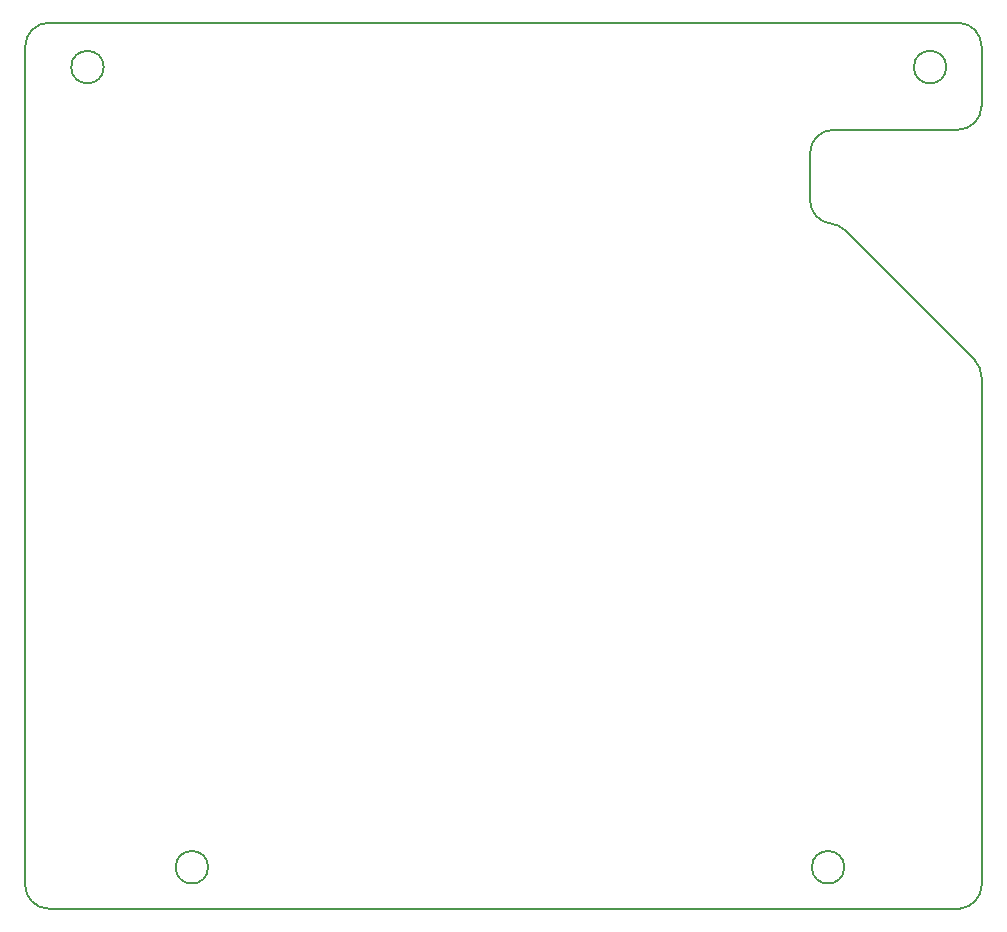
<source format=gbr>
%TF.GenerationSoftware,KiCad,Pcbnew,9.0.0*%
%TF.CreationDate,2025-04-19T22:44:30-05:00*%
%TF.ProjectId,HASP_Power_System,48415350-5f50-46f7-9765-725f53797374,rev?*%
%TF.SameCoordinates,Original*%
%TF.FileFunction,Profile,NP*%
%FSLAX46Y46*%
G04 Gerber Fmt 4.6, Leading zero omitted, Abs format (unit mm)*
G04 Created by KiCad (PCBNEW 9.0.0) date 2025-04-19 22:44:30*
%MOMM*%
%LPD*%
G01*
G04 APERTURE LIST*
%TA.AperFunction,Profile*%
%ADD10C,0.200000*%
%TD*%
G04 APERTURE END LIST*
D10*
X193975786Y-95984871D02*
X193975786Y-138994213D01*
X179446986Y-77056250D02*
X179446986Y-81016923D01*
X193392332Y-94572994D02*
G75*
G02*
X193975786Y-95984871I-1416549J-1411878D01*
G01*
X182437899Y-83582336D02*
X193392332Y-94572994D01*
X193982977Y-138994213D02*
G75*
G02*
X192140000Y-140999999I-2012976J-1D01*
G01*
X179446986Y-77056250D02*
G75*
G02*
X181446986Y-75056250I1999999J1D01*
G01*
X192115729Y-65999116D02*
G75*
G02*
X193975786Y-67994214I-139942J-1995097D01*
G01*
X181234169Y-83005568D02*
G75*
G02*
X179446986Y-81016923I212816J1988644D01*
G01*
X181234170Y-83005568D02*
G75*
G02*
X182437899Y-83582336I-212818J-1988647D01*
G01*
X193975786Y-67994214D02*
X193975786Y-73056250D01*
X193975786Y-73056250D02*
G75*
G02*
X191975786Y-75056250I-1999999J-1D01*
G01*
X191975786Y-75056250D02*
X181446986Y-75056250D01*
X115000000Y-66000000D02*
X192115729Y-65999116D01*
X192140000Y-140999999D02*
X115000000Y-140999999D01*
X190990729Y-69750922D02*
G75*
G02*
X188240729Y-69750922I-1375000J0D01*
G01*
X188240729Y-69750922D02*
G75*
G02*
X190990729Y-69750922I1375000J0D01*
G01*
X113000000Y-138999999D02*
X113000000Y-68000000D01*
X115000000Y-140999999D02*
G75*
G02*
X113000001Y-138999999I0J1999999D01*
G01*
X182351429Y-137499999D02*
G75*
G02*
X179601429Y-137499999I-1375000J0D01*
G01*
X179601429Y-137499999D02*
G75*
G02*
X182351429Y-137499999I1375000J0D01*
G01*
X128490729Y-137499999D02*
G75*
G02*
X125740729Y-137499999I-1375000J0D01*
G01*
X125740729Y-137499999D02*
G75*
G02*
X128490729Y-137499999I1375000J0D01*
G01*
X119648729Y-69751000D02*
G75*
G02*
X116898729Y-69751000I-1375000J0D01*
G01*
X116898729Y-69751000D02*
G75*
G02*
X119648729Y-69751000I1375000J0D01*
G01*
X113000000Y-68000000D02*
G75*
G02*
X115000000Y-66000000I2000000J0D01*
G01*
M02*

</source>
